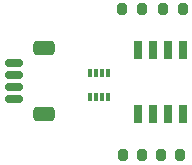
<source format=gbr>
%TF.GenerationSoftware,KiCad,Pcbnew,(6.0.0)*%
%TF.CreationDate,2022-07-24T19:50:36-05:00*%
%TF.ProjectId,DriveByWireMr360Sensor,44726976-6542-4795-9769-72654d723336,rev?*%
%TF.SameCoordinates,Original*%
%TF.FileFunction,Paste,Bot*%
%TF.FilePolarity,Positive*%
%FSLAX46Y46*%
G04 Gerber Fmt 4.6, Leading zero omitted, Abs format (unit mm)*
G04 Created by KiCad (PCBNEW (6.0.0)) date 2022-07-24 19:50:36*
%MOMM*%
%LPD*%
G01*
G04 APERTURE LIST*
G04 Aperture macros list*
%AMRoundRect*
0 Rectangle with rounded corners*
0 $1 Rounding radius*
0 $2 $3 $4 $5 $6 $7 $8 $9 X,Y pos of 4 corners*
0 Add a 4 corners polygon primitive as box body*
4,1,4,$2,$3,$4,$5,$6,$7,$8,$9,$2,$3,0*
0 Add four circle primitives for the rounded corners*
1,1,$1+$1,$2,$3*
1,1,$1+$1,$4,$5*
1,1,$1+$1,$6,$7*
1,1,$1+$1,$8,$9*
0 Add four rect primitives between the rounded corners*
20,1,$1+$1,$2,$3,$4,$5,0*
20,1,$1+$1,$4,$5,$6,$7,0*
20,1,$1+$1,$6,$7,$8,$9,0*
20,1,$1+$1,$8,$9,$2,$3,0*%
G04 Aperture macros list end*
%ADD10R,0.700000X1.525000*%
%ADD11RoundRect,0.200000X-0.200000X-0.275000X0.200000X-0.275000X0.200000X0.275000X-0.200000X0.275000X0*%
%ADD12RoundRect,0.200000X0.200000X0.275000X-0.200000X0.275000X-0.200000X-0.275000X0.200000X-0.275000X0*%
%ADD13R,0.300000X0.750000*%
%ADD14RoundRect,0.150000X0.625000X-0.150000X0.625000X0.150000X-0.625000X0.150000X-0.625000X-0.150000X0*%
%ADD15RoundRect,0.250000X0.650000X-0.350000X0.650000X0.350000X-0.650000X0.350000X-0.650000X-0.350000X0*%
G04 APERTURE END LIST*
D10*
%TO.C,IC1*%
X101395000Y-76438000D03*
X102665000Y-76438000D03*
X103935000Y-76438000D03*
X105205000Y-76438000D03*
X105205000Y-81862000D03*
X103935000Y-81862000D03*
X102665000Y-81862000D03*
X101395000Y-81862000D03*
%TD*%
D11*
%TO.C,R4*%
X100035000Y-72970000D03*
X101685000Y-72970000D03*
%TD*%
D12*
%TO.C,R1*%
X104975000Y-85350000D03*
X103325000Y-85350000D03*
%TD*%
%TO.C,R3*%
X105173000Y-72980000D03*
X103523000Y-72980000D03*
%TD*%
D13*
%TO.C,U1*%
X98830000Y-80410000D03*
X98330000Y-80410000D03*
X97830000Y-80410000D03*
X97330000Y-80410000D03*
X97330000Y-78410000D03*
X97830000Y-78410000D03*
X98330000Y-78410000D03*
X98830000Y-78410000D03*
%TD*%
D11*
%TO.C,R2*%
X100095000Y-85310000D03*
X101745000Y-85310000D03*
%TD*%
D14*
%TO.C,J1*%
X90865000Y-80530000D03*
X90865000Y-79530000D03*
X90865000Y-78530000D03*
X90865000Y-77530000D03*
D15*
X93390000Y-81830000D03*
X93390000Y-76230000D03*
%TD*%
M02*

</source>
